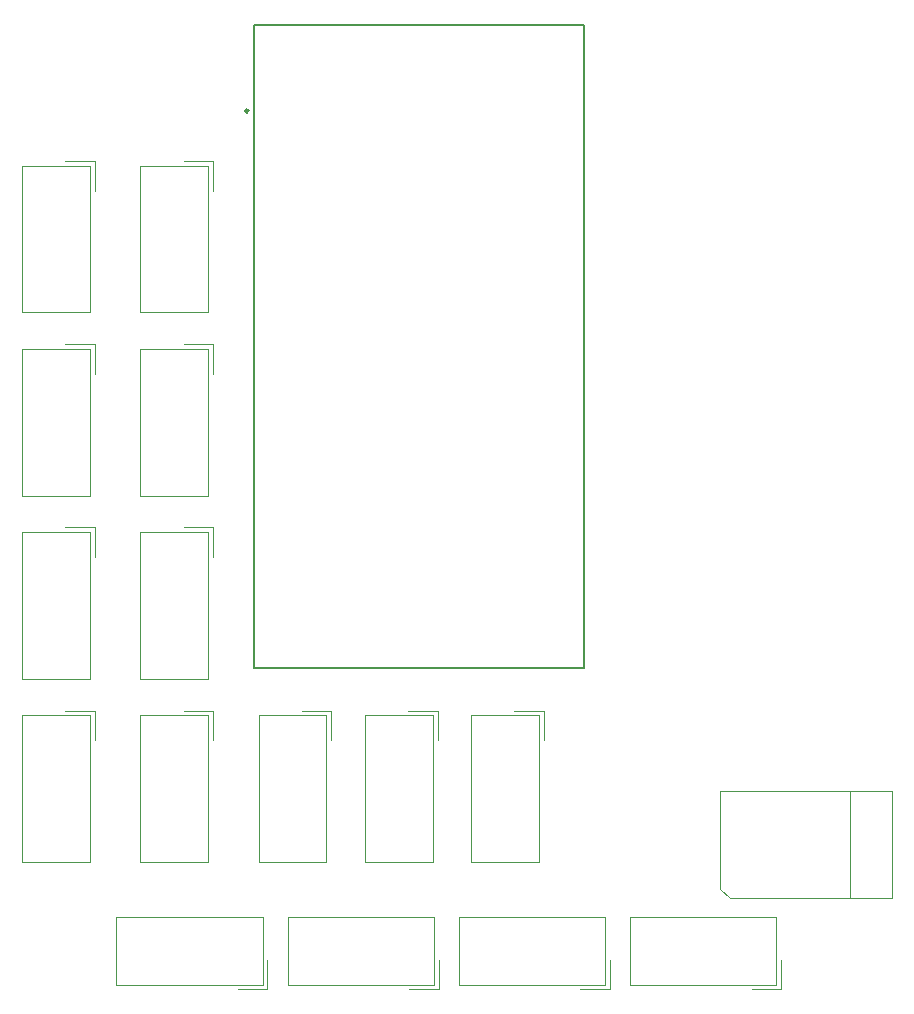
<source format=gbr>
G04 #@! TF.GenerationSoftware,KiCad,Pcbnew,(5.1.4)-1*
G04 #@! TF.CreationDate,2020-01-25T11:56:16+02:00*
G04 #@! TF.ProjectId,flypi_v2,666c7970-695f-4763-922e-6b696361645f,rev?*
G04 #@! TF.SameCoordinates,Original*
G04 #@! TF.FileFunction,Other,Fab,Top*
%FSLAX46Y46*%
G04 Gerber Fmt 4.6, Leading zero omitted, Abs format (unit mm)*
G04 Created by KiCad (PCBNEW (5.1.4)-1) date 2020-01-25 11:56:16*
%MOMM*%
%LPD*%
G04 APERTURE LIST*
%ADD10C,0.100000*%
%ADD11C,0.280000*%
%ADD12C,0.127000*%
%ADD13C,0.150000*%
G04 APERTURE END LIST*
D10*
X143250000Y-89150000D02*
X140750000Y-89150000D01*
X143250000Y-91650000D02*
X143250000Y-89150000D01*
X142850000Y-101950000D02*
X142850000Y-89550000D01*
X137100000Y-101950000D02*
X142850000Y-101950000D01*
X137100000Y-89550000D02*
X137100000Y-101950000D01*
X142850000Y-89550000D02*
X137100000Y-89550000D01*
X153250000Y-73650000D02*
X150750000Y-73650000D01*
X153250000Y-76150000D02*
X153250000Y-73650000D01*
X152850000Y-86450000D02*
X152850000Y-74050000D01*
X147100000Y-86450000D02*
X152850000Y-86450000D01*
X147100000Y-74050000D02*
X147100000Y-86450000D01*
X152850000Y-74050000D02*
X147100000Y-74050000D01*
X143250000Y-73650000D02*
X140750000Y-73650000D01*
X143250000Y-76150000D02*
X143250000Y-73650000D01*
X142850000Y-86450000D02*
X142850000Y-74050000D01*
X137100000Y-86450000D02*
X142850000Y-86450000D01*
X137100000Y-74050000D02*
X137100000Y-86450000D01*
X142850000Y-74050000D02*
X137100000Y-74050000D01*
X143250000Y-104650000D02*
X140750000Y-104650000D01*
X143250000Y-107150000D02*
X143250000Y-104650000D01*
X142850000Y-117450000D02*
X142850000Y-105050000D01*
X137100000Y-117450000D02*
X142850000Y-117450000D01*
X137100000Y-105050000D02*
X137100000Y-117450000D01*
X142850000Y-105050000D02*
X137100000Y-105050000D01*
D11*
X156240000Y-69360000D02*
G75*
G03X156240000Y-69360000I-140000J0D01*
G01*
X156240000Y-69360000D02*
G75*
G03X156240000Y-69360000I-140000J0D01*
G01*
D12*
X156750000Y-116510000D02*
X156750000Y-62110000D01*
X184650000Y-116510000D02*
X156750000Y-116510000D01*
X184650000Y-62110000D02*
X184650000Y-116510000D01*
X156750000Y-62110000D02*
X184650000Y-62110000D01*
D10*
X172350000Y-143750000D02*
X172350000Y-141250000D01*
X169850000Y-143750000D02*
X172350000Y-143750000D01*
X159550000Y-143350000D02*
X171950000Y-143350000D01*
X159550000Y-137600000D02*
X159550000Y-143350000D01*
X171950000Y-137600000D02*
X159550000Y-137600000D01*
X171950000Y-143350000D02*
X171950000Y-137600000D01*
X186850000Y-143750000D02*
X186850000Y-141250000D01*
X184350000Y-143750000D02*
X186850000Y-143750000D01*
X174050000Y-143350000D02*
X186450000Y-143350000D01*
X174050000Y-137600000D02*
X174050000Y-143350000D01*
X186450000Y-137600000D02*
X174050000Y-137600000D01*
X186450000Y-143350000D02*
X186450000Y-137600000D01*
X200950000Y-143350000D02*
X200950000Y-137600000D01*
X200950000Y-137600000D02*
X188550000Y-137600000D01*
X188550000Y-137600000D02*
X188550000Y-143350000D01*
X188550000Y-143350000D02*
X200950000Y-143350000D01*
X198850000Y-143750000D02*
X201350000Y-143750000D01*
X201350000Y-143750000D02*
X201350000Y-141250000D01*
X157850000Y-143750000D02*
X157850000Y-141250000D01*
X155350000Y-143750000D02*
X157850000Y-143750000D01*
X145050000Y-143350000D02*
X157450000Y-143350000D01*
X145050000Y-137600000D02*
X145050000Y-143350000D01*
X157450000Y-137600000D02*
X145050000Y-137600000D01*
X157450000Y-143350000D02*
X157450000Y-137600000D01*
X181250000Y-120150000D02*
X178750000Y-120150000D01*
X181250000Y-122650000D02*
X181250000Y-120150000D01*
X180850000Y-132950000D02*
X180850000Y-120550000D01*
X175100000Y-132950000D02*
X180850000Y-132950000D01*
X175100000Y-120550000D02*
X175100000Y-132950000D01*
X180850000Y-120550000D02*
X175100000Y-120550000D01*
X172250000Y-120150000D02*
X169750000Y-120150000D01*
X172250000Y-122650000D02*
X172250000Y-120150000D01*
X171850000Y-132950000D02*
X171850000Y-120550000D01*
X166100000Y-132950000D02*
X171850000Y-132950000D01*
X166100000Y-120550000D02*
X166100000Y-132950000D01*
X171850000Y-120550000D02*
X166100000Y-120550000D01*
X163250000Y-120150000D02*
X160750000Y-120150000D01*
X163250000Y-122650000D02*
X163250000Y-120150000D01*
X162850000Y-132950000D02*
X162850000Y-120550000D01*
X157100000Y-132950000D02*
X162850000Y-132950000D01*
X157100000Y-120550000D02*
X157100000Y-132950000D01*
X162850000Y-120550000D02*
X157100000Y-120550000D01*
X153250000Y-120150000D02*
X150750000Y-120150000D01*
X153250000Y-122650000D02*
X153250000Y-120150000D01*
X152850000Y-132950000D02*
X152850000Y-120550000D01*
X147100000Y-132950000D02*
X152850000Y-132950000D01*
X147100000Y-120550000D02*
X147100000Y-132950000D01*
X152850000Y-120550000D02*
X147100000Y-120550000D01*
X143250000Y-120150000D02*
X140750000Y-120150000D01*
X143250000Y-122650000D02*
X143250000Y-120150000D01*
X142850000Y-132950000D02*
X142850000Y-120550000D01*
X137100000Y-132950000D02*
X142850000Y-132950000D01*
X137100000Y-120550000D02*
X137100000Y-132950000D01*
X142850000Y-120550000D02*
X137100000Y-120550000D01*
X153250000Y-104650000D02*
X150750000Y-104650000D01*
X153250000Y-107150000D02*
X153250000Y-104650000D01*
X152850000Y-117450000D02*
X152850000Y-105050000D01*
X147100000Y-117450000D02*
X152850000Y-117450000D01*
X147100000Y-105050000D02*
X147100000Y-117450000D01*
X152850000Y-105050000D02*
X147100000Y-105050000D01*
X153250000Y-89150000D02*
X150750000Y-89150000D01*
X153250000Y-91650000D02*
X153250000Y-89150000D01*
X152850000Y-101950000D02*
X152850000Y-89550000D01*
X147100000Y-101950000D02*
X152850000Y-101950000D01*
X147100000Y-89550000D02*
X147100000Y-101950000D01*
X152850000Y-89550000D02*
X147100000Y-89550000D01*
X197000000Y-136000000D02*
X210700000Y-136000000D01*
X196200000Y-127000000D02*
X196200000Y-135250000D01*
X210700000Y-127000000D02*
X196200000Y-127000000D01*
X210700000Y-136000000D02*
X210700000Y-127000000D01*
X207200000Y-136000000D02*
X207200000Y-127000000D01*
X197003213Y-136005425D02*
X196200000Y-135250000D01*
D13*
M02*

</source>
